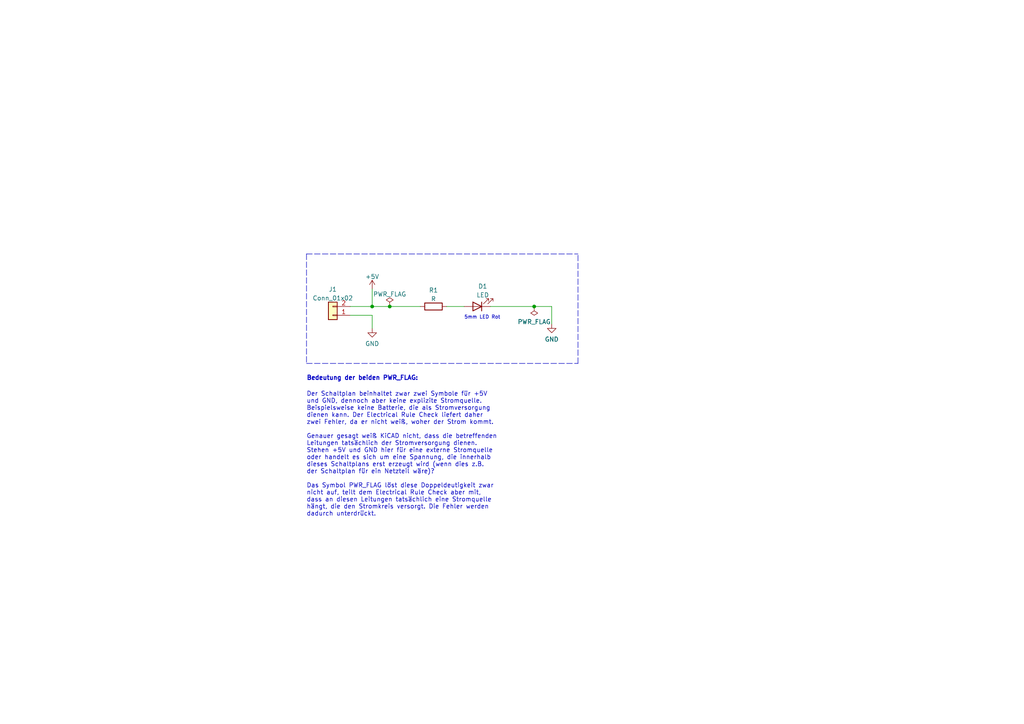
<source format=kicad_sch>
(kicad_sch (version 20211123) (generator eeschema)
  (paper "A4")
  (title_block (title "Hello, World") (date "2022-09-22") (rev "1") (company "DHBW Karlsruhe / Studiengang Wirtschaftsinformatik") (comment 1 "Wahlmodul Internet of Things") (comment 2 "Dennis Schulmeister-Zimolong"))
  (lib_symbols
    (symbol "Connector_Generic:Conn_01x02" (pin_names (offset 1.016) hide)
      (property "Reference" "J" (at 0 2.54 0))
      (property "Value" "Conn_01x02" (at 0 -5.08 0))
      (symbol "Conn_01x02_1_1"
        (rectangle (start -1.27 -2.413) (end 0 -2.667) (stroke (width 0.1524)))
        (rectangle (start -1.27 0.127) (end 0 -0.127) (stroke (width 0.1524)))
        (rectangle (start -1.27 1.27) (end 1.27 -3.81) (stroke (width 0.254)) (fill (type background)))
        (pin passive line (at -5.08 0 0) (length 3.81) (name "Pin_1") (number "1"))
        (pin passive line (at -5.08 -2.54 0) (length 3.81) (name "Pin_2") (number "2"))
      )
    )
    (symbol "Device:LED" (pin_numbers hide) (pin_names (offset 1.016) hide)
      (property "Reference" "D" (at 0 2.54 0))
      (property "Value" "LED" (at 0 -2.54 0))
      (symbol "LED_0_1"
        (polyline (pts (xy -1.27 -1.27) (xy -1.27 1.27)) (stroke (width 0.254)))
        (polyline (pts (xy -1.27 0) (xy 1.27 0)))
        (polyline (pts (xy 1.27 -1.27) (xy 1.27 1.27) (xy -1.27 0) (xy 1.27 -1.27)) (stroke (width 0.254)))
        (polyline (pts (xy -3.048 -0.762) (xy -4.572 -2.286) (xy -3.81 -2.286) (xy -4.572 -2.286) (xy -4.572 -1.524)))
        (polyline (pts (xy -1.778 -0.762) (xy -3.302 -2.286) (xy -2.54 -2.286) (xy -3.302 -2.286) (xy -3.302 -1.524)))
      )
      (symbol "LED_1_1"
        (pin passive line (at -3.81 0 0) (length 2.54) (name "K") (number "1"))
        (pin passive line (at 3.81 0 180) (length 2.54) (name "A") (number "2"))
      )
    )
    (symbol "Device:R" (pin_numbers hide) (pin_names (offset 0))
      (property "Reference" "R" (at 2.032 0 90))
      (property "Value" "R" (at 0 0 90))
      (symbol "R_0_1"
        (rectangle (start -1.016 -2.54) (end 1.016 2.54) (stroke (width 0.254)))
      )
      (symbol "R_1_1"
        (pin passive line (at 0 3.81 270) (length 1.27) (name "~") (number "1"))
        (pin passive line (at 0 -3.81 90) (length 1.27) (name "~") (number "2"))
      )
    )
    (symbol "power:+5V" (power) (pin_names (offset 0))
      (property "Value" "+5V" (at 0 3.556 0))
      (symbol "+5V_0_1"
        (polyline (pts (xy -0.762 1.27) (xy 0 2.54)))
        (polyline (pts (xy 0 0) (xy 0 2.54)))
        (polyline (pts (xy 0 2.54) (xy 0.762 1.27)))
      )
      (symbol "+5V_1_1"
        (pin power_in line (at 0 0 90) (length 0) hide (name "+5V") (number "1"))
      )
    )
    (symbol "power:GND" (power) (pin_names (offset 0))
      (property "Value" "GND" (at 0 -3.81 0))
      (symbol "GND_0_1"
        (polyline (pts (xy 0 0) (xy 0 -1.27) (xy 1.27 -1.27) (xy 0 -2.54) (xy -1.27 -1.27) (xy 0 -1.27)))
      )
      (symbol "GND_1_1"
        (pin power_in line (at 0 0 270) (length 0) hide (name "GND") (number "1"))
      )
    )
    (symbol "power:PWR_FLAG" (power) (pin_numbers hide) (pin_names (offset 0) hide)
      (property "Value" "PWR_FLAG" (at 0 3.81 0))
      (symbol "PWR_FLAG_0_0"
        (pin power_out line (at 0 0 90) (length 0) (name "pwr") (number "1"))
      )
      (symbol "PWR_FLAG_0_1"
        (polyline (pts (xy 0 0) (xy 0 1.27) (xy -1.016 1.905) (xy 0 2.54) (xy 1.016 1.905) (xy 0 1.27)))
      )
    )
  )
  (junction (at 154.94 88.9))
  (junction (at 107.95 88.9))
  (junction (at 113.03 88.9))
  (wire (pts (xy 101.6 88.9) (xy 107.95 88.9)))
  (wire (pts (xy 107.95 88.9) (xy 113.03 88.9)))
  (polyline (pts (xy 167.64 105.41) (xy 167.64 73.66)))
  (wire (pts (xy 107.95 88.9) (xy 107.95 83.82)))
  (polyline (pts (xy 88.9 73.66) (xy 167.64 73.66)))
  (wire (pts (xy 154.94 88.9) (xy 160.02 88.9)))
  (wire (pts (xy 107.95 91.44) (xy 107.95 95.25)))
  (wire (pts (xy 142.24 88.9) (xy 154.94 88.9)))
  (polyline (pts (xy 88.9 73.66) (xy 88.9 105.41)))
  (wire (pts (xy 160.02 88.9) (xy 160.02 93.98)))
  (wire (pts (xy 101.6 91.44) (xy 107.95 91.44)))
  (polyline (pts (xy 88.9 105.41) (xy 167.64 105.41)))
  (wire (pts (xy 129.54 88.9) (xy 134.62 88.9)))
  (wire (pts (xy 113.03 88.9) (xy 121.92 88.9)))
  (text "Bedeutung der beiden PWR_FLAG:" (at 88.9 110.49 0) (effects (font (size 1.27 1.27) (thickness 0.254) bold) (justify left bottom)))
  (text "Der Schaltplan beinhaltet zwar zwei Symbole für +5V\nund GND, dennoch aber keine explizite Stromquelle.\nBeispielsweise keine Batterie, die als Stromversorgung\ndienen kann. Der Electrical Rule Check liefert daher\nzwei Fehler, da er nicht weiß, woher der Strom kommt.\n\nGenauer gesagt weiß KiCAD nicht, dass die betreffenden\nLeitungen tatsächlich der Stromversorgung dienen.\nStehen +5V und GND hier für eine externe Stromquelle\noder handelt es sich um eine Spannung, die innerhalb\ndieses Schaltplans erst erzeugt wird (wenn dies z.B.\nder Schaltplan für ein Netzteil wäre)?\n\nDas Symbol PWR_FLAG löst diese Doppeldeutigkeit zwar\nnicht auf, teilt dem Electrical Rule Check aber mit,\ndass an diesen Leitungen tatsächlich eine Stromquelle\nhängt, die den Stromkreis versorgt. Die Fehler werden\ndadurch unterdrückt." (at 88.9 149.86 0) (effects (font (size 1.27 1.27)) (justify left bottom)))
  (text "5mm LED Rot" (at 134.62 92.71 0) (effects (font (size 1 1)) (justify left bottom)))
  (symbol (lib_id "Connector_Generic:Conn_01x02") (at 96.52 91.44 180) (unit 1)
    (property "Reference" "J1" (at 96.52 83.9302 0))
    (property "Value" "Conn_01x02" (at 96.52 86.4671 0))
    (property "Footprint" "TerminalBlock:TerminalBlock_bornier-2_P5.08mm" (effects hide))
  )
  (symbol (lib_id "power:GND") (at 107.95 95.25 0) (unit 1)
    (property "Reference" "#PWR03" (effects hide))
    (property "Value" "GND" (at 107.95 99.6934 0))
  )
  (symbol (lib_id "Device:LED") (at 138.43 88.9 180) (unit 1)
    (property "Reference" "D1" (at 140.0175 83.0412 0))
    (property "Value" "LED" (at 140.0175 85.5781 0))
    (property "Footprint" "LED_THT:LED_D8.0mm" (effects hide))
  )
  (symbol (lib_id "power:GND") (at 160.02 93.98 0) (unit 1)
    (property "Reference" "#PWR02" (effects hide))
    (property "Value" "GND" (at 160.02 98.4234 0))
  )
  (symbol (lib_id "Device:R") (at 125.73 88.9 90) (unit 1)
    (property "Reference" "R1" (at 125.73 84.1842 90))
    (property "Value" "R" (at 125.73 86.7211 90))
    (property "Footprint" "Resistor_THT:R_Axial_DIN0204_L3.6mm_D1.6mm_P5.08mm_Horizontal" (effects hide))
  )
  (symbol (lib_id "power:PWR_FLAG") (at 113.03 88.9 0) (unit 1)
    (property "Reference" "#FLG0101" (effects hide))
    (property "Value" "PWR_FLAG" (at 113.03 85.3242 0))
  )
  (symbol (lib_id "power:PWR_FLAG") (at 154.94 88.9 180) (unit 1)
    (property "Reference" "#FLG01" (effects hide))
    (property "Value" "PWR_FLAG" (at 154.94 93.3434 0))
  )
  (symbol (lib_id "power:+5V") (at 107.95 83.82 0) (unit 1)
    (property "Reference" "#PWR01" (effects hide))
    (property "Value" "+5V" (at 107.95 80.2442 0))
  )
)
</source>
